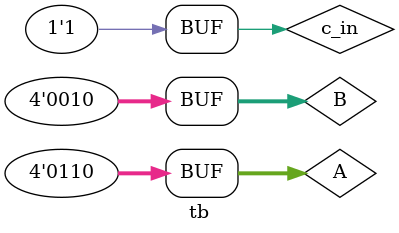
<source format=v>
module tb();
reg [0:3] A,B;
reg c_in;
wire [0:3]s;
wire c;
fb fb_0(.s(s),.c4(c),.x(A),.y(B),.c0(c_in));
    initial begin 
        A=4'b1001;
        B=4'b0110;
        c_in=1'b0;

        #200

        A=4'b1011;
        B=4'b1001;
        c_in=1'b0;

        #200

        A=4'b0110;
        B=4'b0010;
        c_in=1'b1;
    end
endmodule
</source>
